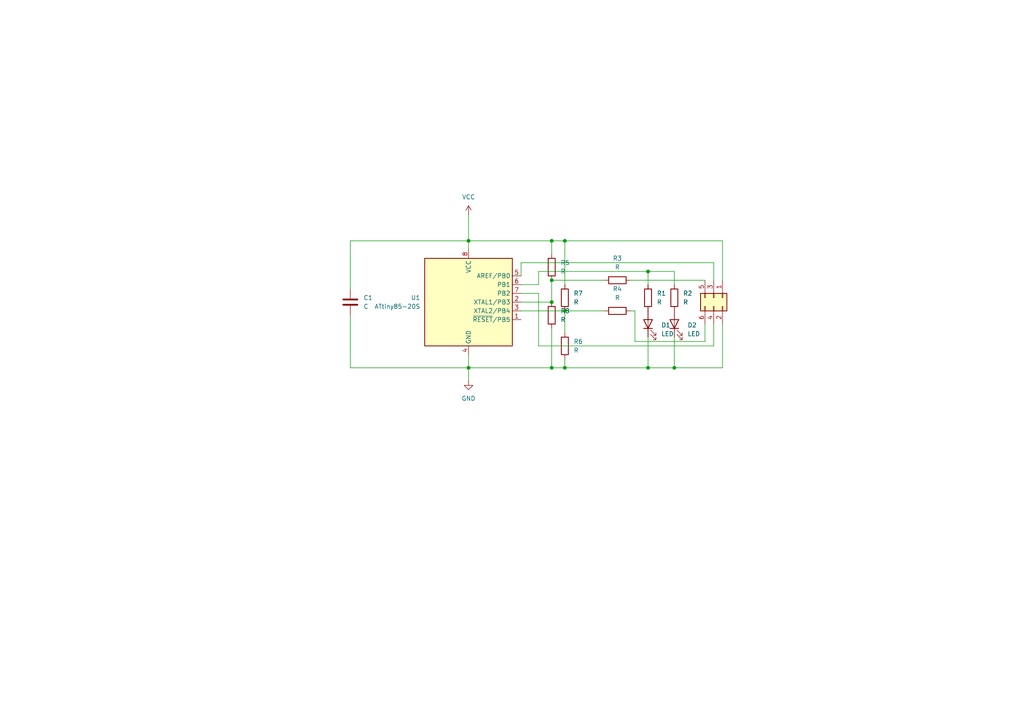
<source format=kicad_sch>
(kicad_sch (version 20231120) (generator "eeschema") (generator_version "8.0")
  (paper "A4")
  (lib_symbols
    (symbol "Device:C" (pin_numbers hide) (pin_names (offset 0.254))
      (property "Reference" "C" (at 0.635 2.54 0))
      (property "Value" "C" (at 0.635 -2.54 0))
      (symbol "C_0_1"
        (polyline (pts (xy -2.032 -0.762) (xy 2.032 -0.762)) (stroke (width 0.508)))
        (polyline (pts (xy -2.032 0.762) (xy 2.032 0.762)) (stroke (width 0.508)))
      )
      (symbol "C_1_1"
        (pin passive line (at 0 3.81 270) (length 2.794) (name "~") (number "1"))
        (pin passive line (at 0 -3.81 90) (length 2.794) (name "~") (number "2"))
      )
    )
    (symbol "Device:LED" (pin_numbers hide) (pin_names (offset 1.016) hide)
      (property "Reference" "D" (at 0 2.54 0))
      (property "Value" "LED" (at 0 -2.54 0))
      (symbol "LED_0_1"
        (polyline (pts (xy -1.27 -1.27) (xy -1.27 1.27)) (stroke (width 0.254)))
        (polyline (pts (xy -1.27 0) (xy 1.27 0)))
        (polyline (pts (xy 1.27 -1.27) (xy 1.27 1.27) (xy -1.27 0) (xy 1.27 -1.27)) (stroke (width 0.254)))
        (polyline (pts (xy -3.048 -0.762) (xy -4.572 -2.286) (xy -3.81 -2.286) (xy -4.572 -2.286) (xy -4.572 -1.524)))
        (polyline (pts (xy -1.778 -0.762) (xy -3.302 -2.286) (xy -2.54 -2.286) (xy -3.302 -2.286) (xy -3.302 -1.524)))
      )
      (symbol "LED_1_1"
        (pin passive line (at -3.81 0 0) (length 2.54) (name "K") (number "1"))
        (pin passive line (at 3.81 0 180) (length 2.54) (name "A") (number "2"))
      )
    )
    (symbol "Device:R" (pin_numbers hide) (pin_names (offset 0))
      (property "Reference" "R" (at 2.032 0 90))
      (property "Value" "R" (at 0 0 90))
      (symbol "R_0_1"
        (rectangle (start -1.016 -2.54) (end 1.016 2.54) (stroke (width 0.254)))
      )
      (symbol "R_1_1"
        (pin passive line (at 0 3.81 270) (length 1.27) (name "~") (number "1"))
        (pin passive line (at 0 -3.81 90) (length 1.27) (name "~") (number "2"))
      )
    )
    (symbol "MCU_Microchip_ATtiny:ATtiny85-20S"
      (property "Reference" "U" (at -12.7 13.97 0))
      (property "Value" "ATtiny85-20S" (at 2.54 -13.97 0))
      (symbol "ATtiny85-20S_0_1"
        (rectangle (start -12.7 -12.7) (end 12.7 12.7) (stroke (width 0.254)) (fill (type background)))
      )
      (symbol "ATtiny85-20S_1_1"
        (pin bidirectional line (at 15.24 -5.08 180) (length 2.54) (name "~{RESET}/PB5") (number "1"))
        (pin bidirectional line (at 15.24 0 180) (length 2.54) (name "XTAL1/PB3") (number "2"))
        (pin bidirectional line (at 15.24 -2.54 180) (length 2.54) (name "XTAL2/PB4") (number "3"))
        (pin power_in line (at 0 -15.24 90) (length 2.54) (name "GND") (number "4"))
        (pin bidirectional line (at 15.24 7.62 180) (length 2.54) (name "AREF/PB0") (number "5"))
        (pin bidirectional line (at 15.24 5.08 180) (length 2.54) (name "PB1") (number "6"))
        (pin bidirectional line (at 15.24 2.54 180) (length 2.54) (name "PB2") (number "7"))
        (pin power_in line (at 0 15.24 270) (length 2.54) (name "VCC") (number "8"))
      )
    )
    (symbol "library:Conn_02x03_Odd_Even_SAO" (pin_names (offset 1.016) hide)
      (symbol "Conn_02x03_Odd_Even_SAO_1_1"
        (rectangle (start -1.27 -2.413) (end 0 -2.667) (stroke (width 0.1524)))
        (rectangle (start -1.27 0.127) (end 0 -0.127) (stroke (width 0.1524)))
        (rectangle (start -1.27 2.667) (end 0 2.413) (stroke (width 0.1524)))
        (rectangle (start -1.27 3.81) (end 3.81 -3.81) (stroke (width 0.254)) (fill (type background)))
        (rectangle (start 3.81 -2.413) (end 2.54 -2.667) (stroke (width 0.1524)))
        (rectangle (start 3.81 0.127) (end 2.54 -0.127) (stroke (width 0.1524)))
        (rectangle (start 3.81 2.667) (end 2.54 2.413) (stroke (width 0.1524)))
        (pin passive line (at -5.08 2.54 0) (length 3.81) (name "VCC") (number "1"))
        (pin passive line (at 7.62 2.54 180) (length 3.81) (name "GND") (number "2"))
        (pin passive line (at -5.08 0 0) (length 3.81) (name "SDA") (number "3"))
        (pin passive line (at 7.62 0 180) (length 3.81) (name "SCL") (number "4"))
        (pin passive line (at -5.08 -2.54 0) (length 3.81) (name "P1") (number "5"))
        (pin passive line (at 7.62 -2.54 180) (length 3.81) (name "P2") (number "6"))
      )
    )
    (symbol "power:GND" (power) (pin_numbers hide) (pin_names (offset 0) hide)
      (property "Value" "GND" (at 0 -3.81 0))
      (symbol "GND_0_1"
        (polyline (pts (xy 0 0) (xy 0 -1.27) (xy 1.27 -1.27) (xy 0 -2.54) (xy -1.27 -1.27) (xy 0 -1.27)))
      )
      (symbol "GND_1_1"
        (pin power_in line (at 0 0 270) (length 0) (name "~") (number "1"))
      )
    )
    (symbol "power:VCC" (power) (pin_numbers hide) (pin_names (offset 0) hide)
      (property "Value" "VCC" (at 0 3.556 0))
      (symbol "VCC_0_1"
        (polyline (pts (xy -0.762 1.27) (xy 0 2.54)))
        (polyline (pts (xy 0 0) (xy 0 2.54)))
        (polyline (pts (xy 0 2.54) (xy 0.762 1.27)))
      )
      (symbol "VCC_1_1"
        (pin power_in line (at 0 0 90) (length 0) (name "~") (number "1"))
      )
    )
  )
  (junction (at 160.02 69.85))
  (junction (at 160.02 87.63))
  (junction (at 187.96 106.68))
  (junction (at 187.96 78.74))
  (junction (at 163.83 69.85))
  (junction (at 135.89 106.68))
  (junction (at 160.02 81.28))
  (junction (at 163.83 90.17))
  (junction (at 163.83 106.68))
  (junction (at 195.58 106.68))
  (junction (at 160.02 106.68))
  (junction (at 135.89 69.85))
  (wire (pts (xy 209.55 93.98) (xy 209.55 106.68)))
  (wire (pts (xy 163.83 69.85) (xy 163.83 82.55)))
  (wire (pts (xy 156.21 78.74) (xy 187.96 78.74)))
  (wire (pts (xy 151.13 76.2) (xy 151.13 80.01)))
  (wire (pts (xy 187.96 97.79) (xy 187.96 106.68)))
  (wire (pts (xy 156.21 100.33) (xy 156.21 85.09)))
  (wire (pts (xy 151.13 82.55) (xy 156.21 82.55)))
  (wire (pts (xy 184.15 90.17) (xy 182.88 90.17)))
  (wire (pts (xy 163.83 106.68) (xy 187.96 106.68)))
  (wire (pts (xy 182.88 81.28) (xy 204.47 81.28)))
  (wire (pts (xy 135.89 69.85) (xy 160.02 69.85)))
  (wire (pts (xy 163.83 104.14) (xy 163.83 106.68)))
  (wire (pts (xy 163.83 69.85) (xy 209.55 69.85)))
  (wire (pts (xy 151.13 87.63) (xy 160.02 87.63)))
  (wire (pts (xy 187.96 82.55) (xy 187.96 78.74)))
  (wire (pts (xy 156.21 82.55) (xy 156.21 78.74)))
  (wire (pts (xy 207.01 100.33) (xy 156.21 100.33)))
  (wire (pts (xy 204.47 99.06) (xy 204.47 93.98)))
  (wire (pts (xy 135.89 106.68) (xy 160.02 106.68)))
  (wire (pts (xy 207.01 81.28) (xy 207.01 76.2)))
  (wire (pts (xy 135.89 69.85) (xy 135.89 72.39)))
  (wire (pts (xy 160.02 95.25) (xy 160.02 106.68)))
  (wire (pts (xy 160.02 88.9) (xy 160.02 87.63)))
  (wire (pts (xy 163.83 90.17) (xy 175.26 90.17)))
  (wire (pts (xy 101.6 83.82) (xy 101.6 69.85)))
  (wire (pts (xy 195.58 106.68) (xy 187.96 106.68)))
  (wire (pts (xy 160.02 81.28) (xy 160.02 87.63)))
  (wire (pts (xy 163.83 90.17) (xy 163.83 96.52)))
  (wire (pts (xy 209.55 69.85) (xy 209.55 81.28)))
  (wire (pts (xy 160.02 69.85) (xy 163.83 69.85)))
  (wire (pts (xy 207.01 93.98) (xy 207.01 100.33)))
  (wire (pts (xy 184.15 99.06) (xy 204.47 99.06)))
  (wire (pts (xy 209.55 106.68) (xy 195.58 106.68)))
  (wire (pts (xy 160.02 106.68) (xy 163.83 106.68)))
  (wire (pts (xy 207.01 76.2) (xy 151.13 76.2)))
  (wire (pts (xy 135.89 62.23) (xy 135.89 69.85)))
  (wire (pts (xy 135.89 102.87) (xy 135.89 106.68)))
  (wire (pts (xy 160.02 81.28) (xy 175.26 81.28)))
  (wire (pts (xy 184.15 90.17) (xy 184.15 99.06)))
  (wire (pts (xy 187.96 78.74) (xy 195.58 78.74)))
  (wire (pts (xy 135.89 106.68) (xy 135.89 110.49)))
  (wire (pts (xy 101.6 69.85) (xy 135.89 69.85)))
  (wire (pts (xy 195.58 78.74) (xy 195.58 82.55)))
  (wire (pts (xy 101.6 91.44) (xy 101.6 106.68)))
  (wire (pts (xy 195.58 97.79) (xy 195.58 106.68)))
  (wire (pts (xy 163.83 90.17) (xy 151.13 90.17)))
  (wire (pts (xy 101.6 106.68) (xy 135.89 106.68)))
  (wire (pts (xy 156.21 85.09) (xy 151.13 85.09)))
  (wire (pts (xy 160.02 73.66) (xy 160.02 69.85)))
  (symbol (lib_id "power:VCC") (at 135.89 62.23 0) (unit 1)
    (property "Reference" "#PWR01" (effects (hide yes)))
    (property "Value" "VCC" (at 135.89 57.15 0))
    (property "Description" "Power symbol creates a global label with name \"VCC\"" (effects (hide yes)))
  )
  (symbol (lib_id "Device:C") (at 101.6 87.63 0) (unit 1)
    (property "Reference" "C1" (at 105.41 86.3599 0) (effects (justify left)))
    (property "Value" "C" (at 105.41 88.8999 0) (effects (justify left)))
    (property "Footprint" "Capacitor_SMD:C_0805_2012Metric_Pad1.18x1.45mm_HandSolder" (effects (hide yes)))
    (property "Description" "Unpolarized capacitor" (effects (hide yes)))
  )
  (symbol (lib_id "Device:R") (at 163.83 86.36 0) (unit 1)
    (property "Reference" "R7" (at 166.37 85.0899 0) (effects (justify left)))
    (property "Value" "R" (at 166.37 87.6299 0) (effects (justify left)))
    (property "Footprint" "Resistor_SMD:R_0805_2012Metric_Pad1.20x1.40mm_HandSolder" (effects (hide yes)))
    (property "Description" "Resistor" (effects (hide yes)))
  )
  (symbol (lib_id "Device:R") (at 160.02 77.47 0) (unit 1)
    (property "Reference" "R5" (at 162.56 76.1999 0) (effects (justify left)))
    (property "Value" "R" (at 162.56 78.7399 0) (effects (justify left)))
    (property "Footprint" "Resistor_SMD:R_0805_2012Metric_Pad1.20x1.40mm_HandSolder" (effects (hide yes)))
    (property "Description" "Resistor" (effects (hide yes)))
  )
  (symbol (lib_id "Device:LED") (at 195.58 93.98 90) (unit 1)
    (property "Reference" "D2" (at 199.39 94.2974 90) (effects (justify right)))
    (property "Value" "LED" (at 199.39 96.8374 90) (effects (justify right)))
    (property "Footprint" "Resistor_SMD:R_0805_2012Metric_Pad1.20x1.40mm_HandSolder" (effects (hide yes)))
    (property "Description" "Light emitting diode" (effects (hide yes)))
  )
  (symbol (lib_id "Device:R") (at 179.07 81.28 90) (unit 1)
    (property "Reference" "R3" (at 179.07 74.93 90))
    (property "Value" "R" (at 179.07 77.47 90))
    (property "Footprint" "Resistor_SMD:R_0805_2012Metric_Pad1.20x1.40mm_HandSolder" (effects (hide yes)))
    (property "Description" "Resistor" (effects (hide yes)))
  )
  (symbol (lib_id "Device:R") (at 179.07 90.17 90) (unit 1)
    (property "Reference" "R4" (at 179.07 83.82 90))
    (property "Value" "R" (at 179.07 86.36 90))
    (property "Footprint" "Resistor_SMD:R_0805_2012Metric_Pad1.20x1.40mm_HandSolder" (effects (hide yes)))
    (property "Description" "Resistor" (effects (hide yes)))
  )
  (symbol (lib_id "power:GND") (at 135.89 110.49 0) (unit 1)
    (property "Reference" "#PWR02" (effects (hide yes)))
    (property "Value" "GND" (at 135.89 115.57 0))
    (property "Description" "Power symbol creates a global label with name \"GND\" , ground" (effects (hide yes)))
  )
  (symbol (lib_id "Device:LED") (at 187.96 93.98 90) (unit 1)
    (property "Reference" "D1" (at 191.77 94.2974 90) (effects (justify right)))
    (property "Value" "LED" (at 191.77 96.8374 90) (effects (justify right)))
    (property "Footprint" "Resistor_SMD:R_0805_2012Metric_Pad1.20x1.40mm_HandSolder" (effects (hide yes)))
    (property "Description" "Light emitting diode" (effects (hide yes)))
  )
  (symbol (lib_id "library:Conn_02x03_Odd_Even_SAO") (at 207.01 86.36 270) (unit 1)
    (property "Reference" "J2" (effects (hide yes)))
    (property "Value" "Conn_02x03_Odd_Even_SAO" (effects (hide yes)))
    (property "Footprint" "Connector_PinHeader_2.54mm:PinHeader_2x03_P2.54mm_Vertical" (effects (hide yes)))
    (property "Description" "Generic connector, double row, 02x03, odd/even pin numbering scheme (row 1 odd numbers, row 2 even numbers), script generated (kicad-library-utils/schlib/autogen/connector/)" (effects (hide yes)))
  )
  (symbol (lib_id "Device:R") (at 187.96 86.36 0) (unit 1)
    (property "Reference" "R1" (at 190.5 85.0899 0) (effects (justify left)))
    (property "Value" "R" (at 190.5 87.6299 0) (effects (justify left)))
    (property "Footprint" "Resistor_SMD:R_0805_2012Metric_Pad1.20x1.40mm_HandSolder" (effects (hide yes)))
    (property "Description" "Resistor" (effects (hide yes)))
  )
  (symbol (lib_id "Device:R") (at 160.02 91.44 0) (unit 1)
    (property "Reference" "R8" (at 162.56 90.1699 0) (effects (justify left)))
    (property "Value" "R" (at 162.56 92.7099 0) (effects (justify left)))
    (property "Footprint" "Resistor_SMD:R_0805_2012Metric_Pad1.20x1.40mm_HandSolder" (effects (hide yes)))
    (property "Description" "Resistor" (effects (hide yes)))
  )
  (symbol (lib_id "MCU_Microchip_ATtiny:ATtiny85-20S") (at 135.89 87.63 0) (unit 1)
    (property "Reference" "U1" (at 121.92 86.3599 0) (effects (justify right)))
    (property "Value" "ATtiny85-20S" (at 121.92 88.8999 0) (effects (justify right)))
    (property "Footprint" "Package_SO:SOIC-8W_5.3x5.3mm_P1.27mm" (effects (hide yes)))
    (property "Datasheet" "http://ww1.microchip.com/downloads/en/DeviceDoc/atmel-2586-avr-8-bit-microcontroller-attiny25-attiny45-attiny85_datasheet.pdf" (effects (hide yes)))
    (property "Description" "20MHz, 8kB Flash, 512B SRAM, 512B EEPROM, debugWIRE, SOIC-8W" (effects (hide yes)))
  )
  (symbol (lib_id "Device:R") (at 163.83 100.33 0) (unit 1)
    (property "Reference" "R6" (at 166.37 99.0599 0) (effects (justify left)))
    (property "Value" "R" (at 166.37 101.5999 0) (effects (justify left)))
    (property "Footprint" "Resistor_SMD:R_0805_2012Metric_Pad1.20x1.40mm_HandSolder" (effects (hide yes)))
    (property "Description" "Resistor" (effects (hide yes)))
  )
  (symbol (lib_id "Device:R") (at 195.58 86.36 0) (unit 1)
    (property "Reference" "R2" (at 198.12 85.0899 0) (effects (justify left)))
    (property "Value" "R" (at 198.12 87.6299 0) (effects (justify left)))
    (property "Footprint" "Resistor_SMD:R_0805_2012Metric_Pad1.20x1.40mm_HandSolder" (effects (hide yes)))
    (property "Description" "Resistor" (effects (hide yes)))
  )
)
</source>
